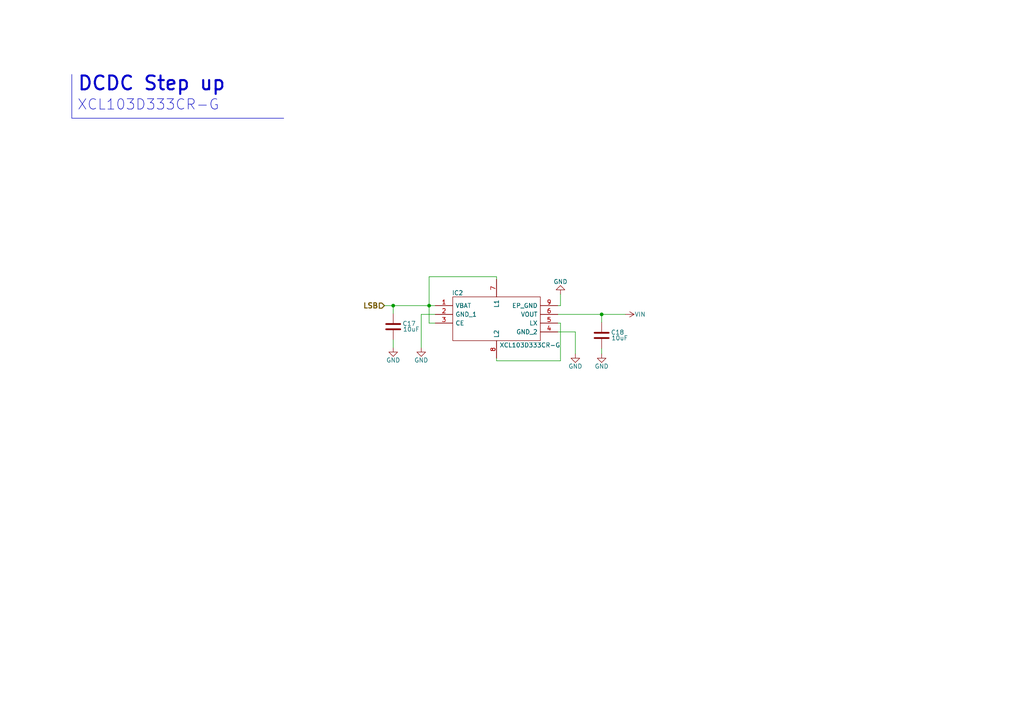
<source format=kicad_sch>
(kicad_sch (version 20231120) (generator "eeschema") (generator_version "8.0")
  (paper "A4")
  (title_block (title "Smart Door/Window Sensor - EH version") (date "2023-07-20") (rev "1.3") (comment 1 "objexlabs.com") (comment 2 "Salvatore Raccardi") (comment 3 "Salvatore Raccardi"))
  (lib_symbols
    (symbol "Device:C" (pin_numbers hide) (pin_names (offset 0.254))
      (property "Reference" "C" (at 0.635 2.54 0))
      (property "Value" "C" (at 0.635 -2.54 0))
      (symbol "C_0_1"
        (polyline (pts (xy -2.032 -0.762) (xy 2.032 -0.762)) (stroke (width 0.508)))
        (polyline (pts (xy -2.032 0.762) (xy 2.032 0.762)) (stroke (width 0.508)))
      )
      (symbol "C_1_1"
        (pin passive line (at 0 3.81 270) (length 2.794) (name "~") (number "1"))
        (pin passive line (at 0 -3.81 90) (length 2.794) (name "~") (number "2"))
      )
    )
    (symbol "XCL103D333CR-G:XCL103D333CR-G" (pin_names (offset 0.762))
      (property "Reference" "IC" (at 19.05 17.78 0))
      (property "Value" "XCL103D333CR-G" (at 19.05 15.24 0))
      (symbol "XCL103D333CR-G_0_0"
        (pin passive line (at 7.62 -17.78 90) (length 5.08) (name "VBAT") (number "1"))
        (pin passive line (at 10.16 -17.78 90) (length 5.08) (name "GND_1") (number "2"))
        (pin passive line (at 12.7 -17.78 90) (length 5.08) (name "CE") (number "3"))
        (pin passive line (at 15.24 17.78 270) (length 5.08) (name "GND_2") (number "4"))
        (pin passive line (at 12.7 17.78 270) (length 5.08) (name "LX") (number "5"))
        (pin passive line (at 10.16 17.78 270) (length 5.08) (name "VOUT") (number "6"))
        (pin passive line (at 0 0 0) (length 5.08) (name "L1") (number "7"))
        (pin passive line (at 22.86 0 180) (length 5.08) (name "L2") (number "8"))
        (pin passive line (at 7.62 17.78 270) (length 5.08) (name "EP_GND") (number "9"))
      )
      (symbol "XCL103D333CR-G_0_1"
        (polyline (pts (xy 5.08 12.7) (xy 17.78 12.7) (xy 17.78 -12.7) (xy 5.08 -12.7) (xy 5.08 12.7)) (stroke (width 0.1524)))
      )
    )
    (symbol "power:+3V3" (power) (pin_names (offset 0))
      (property "Value" "+3V3" (at 0 3.556 0))
      (symbol "+3V3_0_1"
        (polyline (pts (xy -0.762 1.27) (xy 0 2.54)))
        (polyline (pts (xy 0 0) (xy 0 2.54)))
        (polyline (pts (xy 0 2.54) (xy 0.762 1.27)))
      )
      (symbol "+3V3_1_1"
        (pin power_in line (at 0 0 90) (length 0) hide (name "+3V3") (number "1"))
      )
    )
    (symbol "power:GND" (power) (pin_names (offset 0))
      (property "Value" "GND" (at 0 -3.81 0))
      (symbol "GND_0_1"
        (polyline (pts (xy 0 0) (xy 0 -1.27) (xy 1.27 -1.27) (xy 0 -2.54) (xy -1.27 -1.27) (xy 0 -1.27)))
      )
      (symbol "GND_1_1"
        (pin power_in line (at 0 0 270) (length 0) hide (name "GND") (number "1"))
      )
    )
  )
  (junction (at 114.046 88.646))
  (junction (at 174.498 91.186))
  (junction (at 124.46 88.646))
  (wire (pts (xy 122.174 91.186) (xy 126.238 91.186)))
  (wire (pts (xy 144.018 104.648) (xy 162.56 104.648)))
  (wire (pts (xy 124.46 93.726) (xy 124.46 88.646)))
  (wire (pts (xy 144.018 81.026) (xy 144.018 80.264)))
  (wire (pts (xy 174.498 91.186) (xy 174.498 93.472)))
  (polyline (pts (xy 20.828 21.59) (xy 20.828 34.29)))
  (wire (pts (xy 162.56 85.344) (xy 162.56 88.646)))
  (wire (pts (xy 114.046 88.646) (xy 124.46 88.646)))
  (wire (pts (xy 111.506 88.646) (xy 114.046 88.646)))
  (wire (pts (xy 114.046 98.552) (xy 114.046 100.838)))
  (wire (pts (xy 162.56 104.648) (xy 162.56 93.726)))
  (wire (pts (xy 161.798 93.726) (xy 162.56 93.726)))
  (polyline (pts (xy 20.828 34.29) (xy 82.296 34.29)))
  (wire (pts (xy 114.046 88.646) (xy 114.046 90.932)))
  (wire (pts (xy 144.018 104.648) (xy 144.018 103.886)))
  (wire (pts (xy 124.46 88.646) (xy 126.238 88.646)))
  (wire (pts (xy 161.798 91.186) (xy 174.498 91.186)))
  (wire (pts (xy 126.238 93.726) (xy 124.46 93.726)))
  (wire (pts (xy 122.174 91.186) (xy 122.174 100.838)))
  (wire (pts (xy 124.46 80.264) (xy 124.46 88.646)))
  (wire (pts (xy 161.798 88.646) (xy 162.56 88.646)))
  (wire (pts (xy 174.498 91.186) (xy 181.356 91.186)))
  (wire (pts (xy 144.018 80.264) (xy 124.46 80.264)))
  (wire (pts (xy 161.798 96.266) (xy 166.878 96.266)))
  (wire (pts (xy 174.498 101.092) (xy 174.498 102.616)))
  (wire (pts (xy 166.878 96.266) (xy 166.878 102.616)))
  (text "XCL103D333CR-G" (at 22.352 32.258 0) (effects (font (size 3 3)) (justify left bottom)))
  (text "DCDC Step up" (at 22.352 26.67 0) (effects (font (size 4 4) (thickness 0.6) (bold yes)) (justify left bottom)))
  (hierarchical_label "LSB" (shape input) (at 111.506 88.646 180) (effects (font (size 1.5 1.5) (thickness 0.3) (bold yes))))
  (symbol (lib_id "power:GND") (at 114.046 100.838 0) (unit 1)
    (property "Reference" "#PWR040" (effects (hide yes)))
    (property "Value" "GND" (at 114.046 104.4702 0))
  )
  (symbol (lib_id "power:GND") (at 122.174 100.838 0) (unit 1)
    (property "Reference" "#PWR041" (effects (hide yes)))
    (property "Value" "GND" (at 122.174 104.4702 0))
  )
  (symbol (lib_id "power:+3V3") (at 181.356 91.186 270) (unit 1)
    (property "Reference" "#PWR060" (effects (hide yes)))
    (property "Value" "VIN" (at 184.023 91.186 90) (effects (justify left)))
  )
  (symbol (lib_id "power:GND") (at 174.498 102.616 0) (unit 1)
    (property "Reference" "#PWR044" (effects (hide yes)))
    (property "Value" "GND" (at 174.498 106.2482 0))
  )
  (symbol (lib_id "Device:C") (at 174.498 97.282 0) (unit 1)
    (property "Reference" "C18" (at 177.165 96.393 0) (effects (justify left)))
    (property "Value" "10uF" (at 177.292 98.044 0) (effects (justify left)))
    (property "Footprint" "Capacitor_SMD:C_0402_1005Metric" (effects (hide yes)))
  )
  (symbol (lib_id "power:GND") (at 162.56 85.344 180) (unit 1)
    (property "Reference" "#PWR042" (effects (hide yes)))
    (property "Value" "GND" (at 162.56 81.7118 0))
  )
  (symbol (lib_id "Device:C") (at 114.046 94.742 0) (unit 1)
    (property "Reference" "C17" (at 116.713 93.853 0) (effects (justify left)))
    (property "Value" "10uF" (at 116.84 95.504 0) (effects (justify left)))
    (property "Footprint" "Capacitor_SMD:C_0402_1005Metric" (effects (hide yes)))
  )
  (symbol (lib_id "XCL103D333CR-G:XCL103D333CR-G") (at 144.018 81.026 270) (unit 1)
    (property "Reference" "IC2" (at 134.366 84.963 90) (effects (justify right)))
    (property "Value" "XCL103D333CR-G" (at 162.5092 100.1014 90) (effects (justify right)))
    (property "Footprint" "lib:XCL102D283CRG" (effects (hide yes)))
    (property "Datasheet" "https://www.torexsemi.com/file/xcl102/XCL102-103.pdf" (effects (hide yes)))
    (property "Description" "Switching Voltage Regulators Inductor Built-in Step-Up micro DC/DC Converter" (effects (hide yes)))
    (property "Height" "1.04" (effects (hide yes)))
    (property "Mouser Part Number" "865-XCL103D333CR-G" (effects (hide yes)))
    (property "Mouser Price/Stock" "https://www.mouser.co.uk/ProductDetail/Torex-Semiconductor/XCL103D333CR-G?qs=gt1LBUVyoHmBKFSBp3Uk6w%3D%3D" (effects (hide yes)))
    (property "Manufacturer_Name" "Torex" (effects (hide yes)))
    (property "Manufacturer_Part_Number" "XCL103D333CR-G" (effects (hide yes)))
  )
  (symbol (lib_id "power:GND") (at 166.878 102.616 0) (unit 1)
    (property "Reference" "#PWR043" (effects (hide yes)))
    (property "Value" "GND" (at 166.878 106.2482 0))
  )
)
</source>
